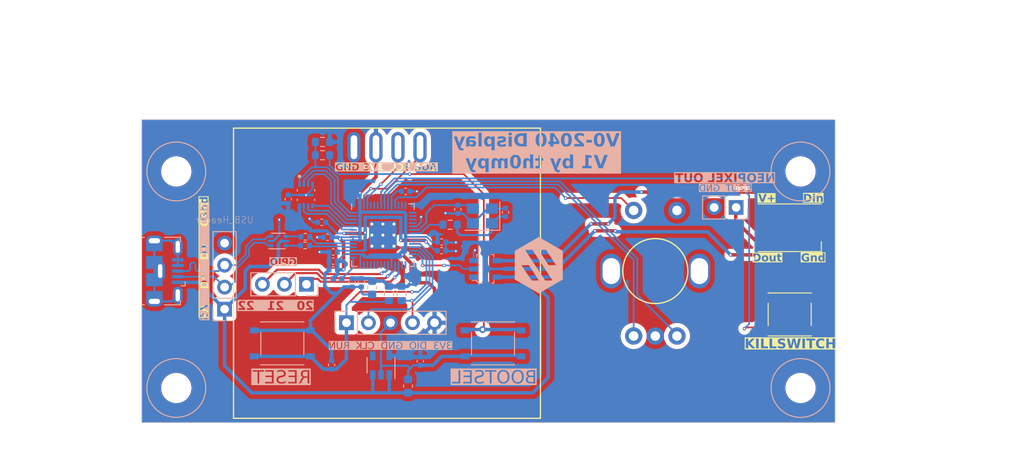
<source format=kicad_pcb>
(kicad_pcb (version 20221018) (generator pcbnew)
  (layers (0 "F.Cu" signal) (31 "B.Cu" signal) (34 "B.Paste" user) (35 "F.Paste" user) (36 "B.SilkS" user "B.Silkscreen") (37 "F.SilkS" user "F.Silkscreen") (38 "B.Mask" user) (39 "F.Mask" user) (44 "Edge.Cuts" user))
  (net 0 "")
  (net 1 "GND")
  (net 2 "VBUS")
  (net 3 "D+")
  (net 4 "D-")
  (net 5 "SDA")
  (net 6 "SCL")
  (net 7 "SWDCLK")
  (net 8 "SWDIO")
  (net 9 "Net-(D1-DOUT)")
  (net 10 "Kill_Switch")
  (net 11 "NeoPixel")
  (net 12 "Net-(D1-DIN)")
  (net 13 "OSC_IN")
  (net 14 "Net-(C4-Pad1)")
  (net 15 "Encoder_Switch")
  (net 16 "Encoder_B")
  (net 17 "Encoder_A")
  (net 18 "RUN")
  (net 19 "3.3V")
  (net 20 "AVDD")
  (net 21 "OSC_OUT")
  (net 22 "QSPI_SS")
  (net 23 "OUT_D+")
  (net 24 "OUT_D-")
  (net 25 "QSPI_SD2")
  (net 26 "QSPI_SD1")
  (net 27 "QSPI_SD3")
  (net 28 "QSPI_SCLK")
  (net 29 "QSPI_SD0")
  (net 30 "Net-(SW5-A)")
  (net 32 "1.1V")
  (net 46 "GPIO20")
  (net 47 "GPIO21")
  (net 48 "GPIO22")
  (net 57 "Net-(U5-USB_DP)")
  (net 58 "Net-(U5-USB_DM)")
  (footprint "Library:MountingHole_3.2mm_M3" (layer "F.Cu") (at 161.17 80.65)
    (fp_text reference "H2" hide)
    (fp_text value "MountingHole" hide)
  )
  (footprint "Library:MountingHole_3.2mm_M3" (layer "F.Cu") (at 161.17 55.65)
    (fp_text reference "H3" hide)
    (fp_text value "MountingHole" hide)
  )
  (footprint "Library:LED_WS2812B_PLCC4_5.0x5.0mm_P3.2mm" (layer "F.Cu") (at 159.92 62.15)
    (fp_text reference "D1" hide)
    (fp_text value "WS2812B" hide)
  )
  (footprint "Library:SW_Push_1P1T_NO_4.5x4.5mm" (layer "F.Cu") (at 159.92 72.16)
    (fp_text reference "SW6" hide)
    (fp_text value "Killswitch" hide)
  )
  (footprint "Library:EN11_Encoder" (layer "F.Cu") (at 144.42 67.15)
    (fp_text reference "SW7" hide)
    (fp_text value "Rotary_Encoder_Switch" hide)
  )
  (footprint "Library:MountingHole_3.2mm_M3" (layer "F.Cu") (at 89.17 80.65)
    (fp_text reference "H4" hide)
    (fp_text value "MountingHole" hide)
  )
  (footprint "Library:MountingHole_3.2mm_M3" (layer "F.Cu") (at 89.17 55.65)
    (fp_text reference "H1" hide)
    (fp_text value "MountingHole" hide)
  )
  (footprint "Library:1pt3in_OLED" (layer "F.Cu") (at 113.47 52.85)
    (fp_text reference "J2" hide)
    (fp_text value "I2C Header 1" hide)
  )
  (footprint "Library:PinHeader_1x05_P2.54mm_Vertical" (layer "B.Cu") (at 108.795 73.12 -90)
    (fp_text reference "J3" hide)
    (fp_text value "SWD" hide)
  )
  (footprint "Library:R_0603_1608Metric" (layer "B.Cu") (at 106.035 53.77 180)
    (fp_text reference "R1" hide)
    (fp_text value "1K" hide)
  )
  (footprint "Library:R_0603_1608Metric" (layer "B.Cu") (at 120.75 61.8)
    (fp_text reference "R2" hide)
    (fp_text value "1k" hide)
  )
  (footprint "Library:R_0603_1608Metric" (layer "B.Cu") (at 115.15 69.75 -90)
    (fp_text reference "R3" hide)
    (fp_text value "10k" hide)
  )
  (footprint "Library:SW_Push_1P1T_NO_4.5x4.5mm" (layer "B.Cu") (at 125.7 75.5 180)
    (fp_text reference "SW5" hide)
    (fp_text value "BOOTSEL" hide)
  )
  (footprint "Library:C_0603_1608Metric" (layer "B.Cu") (at 111.76 69.075 -90)
    (fp_text reference "C2" hide)
    (fp_text value "4.7uF" hide)
  )
  (footprint "Library:C_0402_1005Metric" (layer "B.Cu") (at 121.64 60.02 90)
    (fp_text reference "C3" hide)
    (fp_text value "30pf" hide)
  )
  (footprint "Library:C_0402_1005Metric" (layer "B.Cu") (at 127.14 60.37 90)
    (fp_text reference "C4" hide)
    (fp_text value "30pf" hide)
  )
  (footprint "Library:SOT-23-5" (layer "B.Cu") (at 112.78 78.03 90)
    (fp_text reference "U1" hide)
    (fp_text value "AP2127K-3.3" hide)
  )
  (footprint "Library:SOT-753" (layer "B.Cu") (at 124.81 66.9 90)
    (fp_text reference "U3" hide)
    (fp_text value "74LVC1G17" hide)
  )
  (footprint "Library:SOT-666" (layer "B.Cu") (at 100.94 63.6825)
    (fp_text reference "U2" hide)
    (fp_text value "USBLC6-2P6" hide)
  )
  (footprint "Library:PinHeader_1x02_P2.54mm_Vertical" (layer "B.Cu") (at 153.745 59.81 90)
    (fp_text reference "J8" hide)
    (fp_text value "Conn_01x02" hide)
  )
  (footprint "Library:C_0603_1608Metric" (layer "B.Cu") (at 115.9 80.43 90)
    (fp_text reference "C1" hide)
    (fp_text value "4.7uF" hide)
  )
  (footprint "Library:PinHeader_1x04_P2.54mm_Vertical" (layer "B.Cu") (at 94.74 71.55)
    (fp_text reference "J7" hide)
    (fp_text value "USB_Header")
  )
  (footprint "Library:IC_W25Q16JVUXIQ_TR" (layer "B.Cu") (at 104.13 58.3775 -90)
    (fp_text reference "U4" hide)
    (fp_text value "W25Q16JVUXIQ_TR" hide)
  )
  (footprint "Connector_PinHeader_2.54mm:PinHeader_1x03_P2.54mm_Vertical" (layer "B.Cu") (at 104.18 68.68 90)
    (fp_text reference "J5" hide)
    (fp_text value "GPIO" hide)
  )
  (footprint "Library:C_0402_1005Metric" (layer "B.Cu") (at 102.08 58.84 90)
    (fp_text reference "C12" hide)
    (fp_text value "0.1uf" hide)
  )
  (footprint "Library:SW_Push_1P1T_NO_4.5x4.5mm" (layer "B.Cu") (at 101.4 75.5 180)
    (fp_text reference "SW1" hide)
    (fp_text value "RESET" hide)
  )
  (footprint "Library:C_0402_1005Metric" (layer "B.Cu") (at 119.77 63.8)
    (fp_text reference "C11" hide)
    (fp_text value "0.1uf" hide)
  )
  (footprint "Library:C_0402_1005Metric" (layer "B.Cu") (at 109.46 68.5 -90)
    (fp_text reference "C14" hide)
    (fp_text value "0.1uf" hide)
  )
  (footprint "Library:C_0402_1005Metric" (layer "B.Cu") (at 107.08 77.99 90)
    (fp_text reference "C8" hide)
    (fp_text value "0.1uf" hide)
  )
  (footprint "Library:MolexVertical&Horizontal_MicroB" (layer "B.Cu") (at 87.8775 67.15 90)
    (fp_text reference "J4" hide)
    (fp_text value "USB_B_Micro" hide)
  )
  (footprint "Library:R_0603_1608Metric" (layer "B.Cu") (at 106.035 52.24 180)
    (fp_text reference "R9" hide)
    (fp_text value "10k" hide)
  )
  (footprint "Library:C_0402_1005Metric" (layer "B.Cu") (at 107.27 64.95 180)
    (fp_text reference "C9" hide)
    (fp_text value "1uf" hide)
  )
  (footprint "Library:R_0402_1005Metric" (layer "B.Cu") (at 104.05 63.19 180)
    (fp_text reference "R7" hide)
    (fp_text value "27R" hide)
  )
  (footprint "Library:C_0402_1005Metric" (layer "B.Cu") (at 117.32 77.55 -90)
    (fp_text reference "C5" hide)
    (fp_text value "0.1uf" hide)
  )
  (footprint "Library:RP2040-QFN-56" (layer "B.Cu") (at 113 63 -90)
    (fp_text reference "U5" hide)
    (fp_text value "RP2040" hide)
  )
  (footprint "Library:C_0402_1005Metric" (layer "B.Cu") (at 105.94 61.52 180)
    (fp_text reference "C7" hide)
    (fp_text value "0.1uf" hide)
  )
  (footprint "Library:VoronLogo_6pt5mm_silkScreen" (layer "B.Cu") (at 130.98 66.47 180)
    (fp_text reference "H5" hide)
    (fp_text value "MountingHole" hide)
  )
  (footprint "Library:L_0402_1005Metric" (layer "B.Cu") (at 107.77 68.05)
    (fp_text reference "L1" hide)
    (fp_text value "120R 100MHZ" hide)
  )
  (footprint "Library:C_0402_1005Metric" (layer "B.Cu") (at 107.27 66 180)
    (fp_text reference "C16" hide)
    (fp_text value "0.1uf" hide)
  )
  (footprint "Library:C_0402_1005Metric" (layer "B.Cu") (at 106.62 63.25 180)
    (fp_text reference "C17" hide)
    (fp_text value "0.1uf" hide)
  )
  (footprint "Library:C_0402_1005Metric" (layer "B.Cu") (at 115.62 57.95)
    (fp_text reference "C13" hide)
    (fp_text value "0.1uf" hide)
  )
  (footprint "Library:Crystal_SMD_3225-4Pin_3.2x2.5mm" (layer "B.Cu") (at 124.48 60.79 180)
    (fp_text reference "Y1" hide)
    (fp_text value "12Mhz" hide)
  )
  (footprint "Library:C_0402_1005Metric" (layer "B.Cu") (at 107.27 67 180)
    (fp_text reference "C10" hide)
    (fp_text value "1uf" hide)
  )
  (footprint "Library:C_0402_1005Metric" (layer "B.Cu") (at 119.77 64.8)
    (fp_text reference "C6" hide)
    (fp_text value "0.1uf" hide)
  )
  (footprint "Library:C_0402_1005Metric" (layer "B.Cu") (at 110.51 68.49 -90)
    (fp_text reference "C15" hide)
    (fp_text value "0.1uf" hide)
  )
  (footprint "Library:R_0603_1608Metric" (layer "B.Cu") (at 113.69 69.75 -90)
    (fp_text reference "R4" hide)
    (fp_text value "10k" hide)
  )
  (footprint "Library:R_0402_1005Metric" (layer "B.Cu") (at 104.03 64.19)
    (fp_text reference "R8" hide)
    (fp_text value "27R" hide)
  )
  (gr_circle (center 161.17 55.65) (end 163.57 53.25) (stroke (width 0.12)) (fill none) (layer "B.SilkS"))
  (gr_circle (center 89.17 80.65) (end 91.57 78.25) (stroke (width 0.12)) (fill none) (layer "B.SilkS"))
  (gr_circle (center 89.17 55.65) (end 91.57 53.25) (stroke (width 0.12)) (fill none) (layer "B.SilkS"))
  (gr_circle (center 161.17 80.65) (end 163.57 78.25) (stroke (width 0.12)) (fill none) (layer "B.SilkS"))
  (gr_rect (start 85.17 49.65) (end 165.17 84.65) (stroke (width 0.05)) (fill none) (layer "Edge.Cuts"))
  (gr_text "5V    D-    D+    Gnd" (at 92.31 72.83 270) (layer "B.SilkS" knockout) (effects (font (size 0.9 0.9) (thickness 0.16) bold) (justify left mirror)))
  (gr_text "GPIO" (at 101.5 66.14) (layer "B.SilkS" knockout) (effects (font (size 0.8 0.8) (thickness 0.16) bold) (justify mirror)))
  (gr_text "NEOPIXEL OUT" (at 152.475 57.05) (layer "B.SilkS" knockout) (effects (font (size 1 1) (thickness 0.2) bold) (justify bottom mirror)))
  (gr_text "3V3  DIO  GND  CLK  RUN" (at 113.87 75.81) (layer "B.SilkS" knockout) (effects (font (size 0.8 0.8)) (justify mirror)))
  (gr_text "V0-2040 Display\nV1 by th0mpy" (at 130.72 53.4) (layer "B.SilkS" knockout) (effects (font (size 1.5 1.5) (thickness 0.3) bold) (justify mirror)))
  (gr_text "RESET" (at 104.72 79.5) (layer "B.SilkS" knockout) (effects (font (size 1.5 1.5) (thickness 0.3)) (justify left mirror)))
  (gr_text "DOUT  GND" (at 152.52 57.61) (layer "B.SilkS" knockout) (effects (font (size 0.75 0.75)) (justify mirror)))
  (gr_text "SDA SCL  3V3 GND" (at 113.35 55.2) (layer "B.SilkS" knockout) (effects (font (size 0.8 0.8) (thickness 0.1875) bold) (justify mirror)))
  (gr_text "20   21   22\n" (at 105 71.8) (layer "B.SilkS" knockout) (effects (font (size 1 1) (thickness 0.25) bold) (justify left bottom mirror)))
  (gr_text "BOOTSEL" (at 125.87 79.5) (layer "B.SilkS" knockout) (effects (font (size 1.5 1.5) (thickness 0.3)) (justify mirror)))
  (gr_text "V+" (at 157.306 58.794) (layer "F.SilkS" knockout) (effects (font (size 0.9 0.9) (thickness 0.1) bold)))
  (gr_text "Gnd" (at 162.64 65.66) (layer "F.SilkS" knockout) (effects (font (size 0.9 0.9) (thickness 0.1) bold)))
  (gr_text " 5V     D-    D+    Gnd" (at 92.41 73.01 90) (layer "F.SilkS" knockout) (effects (font (size 0.9 0.9) (thickness 0.16) bold) (justify left)))
  (gr_text "Dout" (at 157.306 65.66) (layer "F.SilkS" knockout) (effects (font (size 0.9 0.9) (thickness 0.1) bold)))
  (gr_text "KILLSWITCH" (at 160 75.61) (layer "F.SilkS" knockout) (effects (font (size 1.1 1.1) (thickness 0.25) bold)))
  (gr_text "Din" (at 162.64 58.794) (layer "F.SilkS" knockout) (effects (font (size 0.9 0.9) (thickness 0.1) bold)))
  (gr_text "GND 3V3  SCL SDA" (at 113.38 55.2) (layer "F.SilkS" knockout) (effects (font (size 0.8 0.8) (thickness 0.1875) bold)))
  (segment (start 105.42 63.25) (end 105.42 64.67) (width 0.4) (layer "F.Cu") (net 1))
  (segment (start 105.42 64.67) (end 105.7 64.95) (width 0.4) (layer "F.Cu") (net 1))
  (via (at 104.54 61.11) (size 0.4) (drill 0.2) (layers "F.Cu" "B.Cu") (net 1))
  (via (at 105.7 64.95) (size 0.4) (drill 0.2) (layers "F.Cu" "B.Cu") (net 1))
  (via (at 101.04 61.22) (size 0.4) (drill 0.2) (layers "F.Cu" "B.Cu") (net 1))
  (via (at 120.21 60.46) (size 0.4) (drill 0.2) (layers "F.Cu" "B.Cu") (net 1))
  (via (at 123.61 64.75) (size 0.4) (drill 0.2) (layers "F.Cu" "B.Cu") (net 1))
  (via (at 116.92 57.95) (size 0.4) (drill 0.2) (layers "F.Cu" "B.Cu") (net 1))
  (via (at 117.4 60.9) (size 0.4) (drill 0.2) (layers "F.Cu" "B.Cu") (net 1))
  (via (at 105.42 63.25) (size 0.4) (drill 0.2) (layers "F.Cu" "B.Cu") (net 1))
  (via (at 121.42 64.85) (size 0.4) (drill 0.2) (layers "F.Cu" "B.Cu") (net 1))
  (via (at 104.13 58.3775) (size 0.4) (drill 0.2) (layers "F.Cu" "B.Cu") (net 1))
  (via (at 121.42 63.85) (size 0.4) (drill 0.2) (layers "F.Cu" "B.Cu") (net 1))
  (segment (start 107.8 69.7) (end 107.1 69.7) (width 0.4) (layer "B.Cu") (net 1))
  (segment (start 115.85 78.08) (end 116.16 78.39) (width 0.25) (layer "B.Cu") (net 1))
  (segment (start 112.78 78.08) (end 115.85 78.08) (width 0.25) (layer "B.Cu") (net 1))
  (segment (start 116.16 78.39) (end 116.52 78.03) (width 0.25) (layer "B.Cu") (net 1))
  (segment (start 101.04 63.02141) (end 101.04 61.22) (width 0.25) (layer "B.Cu") (net 1))
  (segment (start 115.9 78.65) (end 116.16 78.39) (width 0.25) (layer "B.Cu") (net 1))
  (segment (start 119.795 77) (end 122.45 77) (width 0.4) (layer "B.Cu") (net 1))
  (segment (start 106.79 67) (end 106.79 64.95) (width 0.4) (layer "B.Cu") (net 1))
  (segment (start 122.24 60.5) (end 123.38 61.64) (width 0.25) (layer "B.Cu") (net 1))
  (segment (start 115.9 79.655) (end 115.9 78.65) (width 0.25) (layer "B.Cu") (net 1))
  (segment (start 123.46 64.9) (end 123.61 64.75) (width 0.2) (layer "B.Cu") (net 1))
  (segment (start 100.37891 63.6825) (end 101.04 63.02141) (width 0.25) (layer "B.Cu") (net 1))
  (segment (start 86.64 70.65) (end 86.64 63.65) (width 0.25) (layer "B.Cu") (net 1))
  (segment (start 104.88 57.1275) (end 104.88 57.6275) (width 0.2) (layer "B.Cu") (net 1))
  (segment (start 116.899264 62) (end 117.4 61.499264) (width 0.2) (layer "B.Cu") (net 1))
  (segment (start 116.52 78.03) (end 117.32 78.03) (width 0.25) (layer "B.Cu") (net 1))
  (segment (start 112.78 79.13) (end 112.78 78.08) (width 0.25) (layer "B.Cu") (net 1))
  (segment (start 117.32 78.03) (end 118.765 78.03) (width 0.4) (layer "B.Cu") (net 1))
  (segment (start 104.8 74) (end 107.08 76.28) (width 0.4) (layer "B.Cu") (net 1))
  (segment (start 86.64 70.65) (end 88.634 70.65) (width 0.25) (layer "B.Cu") (net 1))
  (segment (start 110.51 69.616) (end 110.744 69.85) (width 0.25) (layer "B.Cu") (net 1))
  (segment (start 106.14 63.25) (end 105.42 63.25) (width 0.4) (layer "B.Cu") (net 1))
  (segment (start 122.4 76.9) (end 128.9 76.9) (width 0.4) (layer "B.Cu") (net 1))
  (segment (start 120.3 63.85) (end 121.42 63.85) (width 0.25) (layer "B.Cu") (net 1))
  (segment (start 125.08 59.94) (end 123.38 61.64) (width 0.25) (layer "B.Cu") (net 1))
  (segment (start 117.4 61.499264) (end 117.4 60.9) (width 0.2) (layer "B.Cu") (net 1))
  (segment (start 108.52 68.98) (end 109.46 68.98) (width 0.4) (layer "B.Cu") (net 1))
  (segment (start 106.3 67.49) (end 106.79 67) (width 0.4) (layer "B.Cu") (net 1))
  (segment (start 110.744 69.85) (end 111.76 69.85) (width 0.25) (layer "B.Cu") (net 1))
  (segment (start 118.765 78.03) (end 119.795 77) (width 0.4) (layer "B.Cu") (net 1))
  (segment (start 88.634 70.65) (end 89.34 69.944) (width 0.25) (layer "B.Cu") (net 1))
  (segment (start 86.64 63.65) (end 88.634 63.65) (width 0.25) (layer "B.Cu") (net 1))
  (segment (start 127.09 59.94) (end 127.14 59.89) (width 0.25) (layer "B.Cu") (net 1))
  (segment (start 104.54 61.11) (end 104.95 61.52) (width 0.25) (layer "B.Cu") (net 1))
  (segment (start 116.1 57.95) (end 116.92 57.95) (width 0.25) (layer "B.Cu") (net 1))
  (segment (start 104.65 72.85) (end 108.52 68.98) (width 0.4) (layer "B.Cu") (net 1))
  (segment (start 120.3 64.85) (end 121.42 64.85) (width 0.25) (layer "B.Cu") (net 1))
  (segment (start 88.634 63.65) (end 89.34 64.356) (width 0.25) (layer "B.Cu") (net 1))
  (segment (start 106.3 68.9) (end 106.3 67.49) (width 0.4) (layer "B.Cu") (net 1))
  (segment (start 107.08 76.28) (end 107.08 77.51) (width 0.4) (layer "B.Cu") (net 1))
  (segment (start 104.88 57.6275) (end 104.13 58.3775) (width 0.2) (layer "B.Cu") (net 1))
  (segment (start 104.65 74) (end 104.65 72.85) (width 0.4) (layer "B.Cu") (net 1))
  (segment (start 110.51 68.97) (end 110.51 69.616) (width 0.25) (layer "B.Cu") (net 1))
  (segment (start 89.34 66.5) (end 89.34 64.356) (width 0.25) (layer "B.Cu") (net 1))
  (segment (start 112.78 78.08) (end 112.78 74.215) (width 0.25) (layer "B.Cu") (net 1))
  (segment (start 104.65 74) (end 98.15 74) (width 0.4) (layer "B.Cu") (net 1))
  (segment (start 125.58 59.94) (end 127.09 59.94) (width 0.25) (layer "B.Cu") (net 1))
  (segment (start 121.64 60.5) (end 120.25 60.5) (width 0.25) (layer "B.Cu") (net 1))
  (segment (start 112.78 74.215) (end 113.875 73.12) (width 0.25) (layer "B.Cu") (net 1))
  (segment (start 116.4375 62) (end 116.899264 62) (width 0.2) (layer "B.Cu") (net 1))
  (segment (start 121.64 60.5) (end 122.24 60.5) (width 0.25) (layer "B.Cu") (net 1))
  (segment (start 123.46 65.95) (end 123.46 64.9) (width 0.2) (layer "B.Cu") (net 1))
  (segment (start 120.25 64.8) (end 120.25 63.8) (width 0.25) (layer "B.Cu") (net 1))
  (segment (start 107.1 69.7) (end 106.3 68.9) (width 0.4) (layer "B.Cu") (net 1))
  (segment (start 109.46 68.98) (end 110.5 68.98) (width 0.25) (layer "B.Cu") (net 1))
  (segment (start 120.25 60.5) (end 120.21 60.46) (width 0.25) (layer "B.Cu") (net 1))
  (segment (start 105.7 64.95) (end 106.79 64.95) (width 0.4) (layer "B.Cu") (net 1))
  (segment (start 104.95 61.52) (end 105.46 61.52) (width 0.25) (layer "B.Cu") (net 1))
  (segment (start 125.58 59.94) (end 125.08 59.94) (width 0.25) (layer "B.Cu") (net 1))
  (segment (start 104.13 58.3775) (end 102.0975 58.3775) (width 0.2) (layer "B.Cu") (net 1))
  (segment (start 100.015 63.6825) (end 100.37891 63.6825) (width 0.25) (layer "B.Cu") (net 1))
  (segment (start 137.450001 62.499999) (end 137.450002 62.5) (width 0.4) (layer "F.Cu") (net 2))
  (segment (start 158.85 64.53) (end 158.85 61.93) (width 0.4) (layer "F.Cu") (net 2))
  (segment (start 158.1 65.28) (end 158.85 64.53) (width 0.4) (layer "F.Cu") (net 2))
  (segment (start 153.1 65.28) (end 158.1 65.28) (width 0.4) (layer "F.Cu") (net 2))
  (segment (start 137.450002 62.5) (end 139.8 62.5) (width 0.4) (layer "F.Cu") (net 2))
  (segment (start 158.85 61.93) (end 157.47 60.55) (width 0.4) (layer "F.Cu") (net 2))
  (via (at 139.8 62.5) (size 0.4) (drill 0.2) (layers "F.Cu" "B.Cu") (net 2))
  (via (at 137.450001 62.499999) (size 0.4) (drill 0.2) (layers "F.Cu" "B.Cu") (net 2))
  (via (at 153.1 65.28) (size 0.4) (drill 0.2) (layers "F.Cu" "B.Cu") (net 2))
  (segment (start 132.07 70.23) (end 129.69 67.85) (width 0.4) (layer "B.Cu") (net 2))
  (segment (start 150.44 62.62) (end 139.92 62.62) (width 0.4) (layer "B.Cu") (net 2))
  (segment (start 139.92 62.62) (end 139.8 62.5) (width 0.4) (layer "B.Cu") (net 2))
  (segment (start 100.95 64) (end 100.95 65.47) (width 0.4) (layer "B.Cu") (net 2))
  (segment (start 132.07 79.43) (end 132.07 70.23) (width 0.4) (layer "B.Cu") (net 2))
  (segment (start 94.74 71.55) (end 94.74 78.07) (width 0.4) (layer "B.Cu") (net 2))
  (segment (start 99.8 66.62) (end 97.64 66.62) (width 0.4) (layer "B.Cu") (net 2))
  (segment (start 97.88 81.21) (end 111.97 81.21) (width 0.4) (layer "B.Cu") (net 2))
  (segment (start 111.83 81.07) (end 111.97 81.21) (width 0.25) (layer "B.Cu") (net 2))
  (segment (start 126.16 67.85) (end 129.69 67.85) (width 0.4) (layer "B.Cu") (net 2))
  (segment (start 111.97 81.21) (end 113.57 81.21) (width 0.4) (layer "B.Cu") (net 2))
  (segment (start 91.64 68.45) (end 89.34 68.45) (width 0.4) (layer "B.Cu") (net 2))
  (segment (start 94.74 71.55) (end 91.64 68.45) (width 0.4) (layer "B.Cu") (net 2))
  (segment (start 97.64 66.62) (end 97.12 67.14) (width 0.4) (layer "B.Cu") (net 2))
  (segment (start 94.74 78.07) (end 97.88 81.21) (width 0.4) (layer "B.Cu") (net 2))
  (segment (start 130.29 81.21) (end 132.07 79.43) (width 0.4) (layer "B.Cu") (net 2))
  (segment (start 101.395024 63.6825) (end 101.2675 63.6825) (width 0.4) (layer "B.Cu") (net 2))
  (segment (start 113.73 79.13) (end 113.73 81.05) (width 0.4) (layer "B.Cu") (net 2))
  (segment (start 111.83 79.13) (end 111.83 81.07) (width 0.4) (layer "B.Cu") (net 2))
  (segment (start 101.865 63.6825) (end 101.395024 63.6825) (width 0.3) (layer "B.Cu") (net 2))
  (segment (start 100.95 65.47) (end 99.8 66.62) (width 0.4) (layer "B.Cu") (net 2))
  (segment (start 113.57 81.21) (end 130.29 81.21) (width 0.4) (layer "B.Cu") (net 2))
  (segment (start 97.12 69.17) (end 94.74 71.55) (width 0.4) (layer "B.Cu") (net 2))
  (segment (start 113.73 81.05) (end 113.57 81.21) (width 0.25) (layer "B.Cu") (net 2))
  (segment (start 129.69 67.85) (end 132.1 67.85) (width 0.4) (layer "B.Cu") (net 2))
  (segment (start 101.2675 63.6825) (end 100.95 64) (width 0.4) (layer "B.Cu") (net 2))
  (segment (start 97.12 67.14) (end 97.12 69.17) (width 0.4) (layer "B.Cu") (net 2))
  (segment (start 132.1 67.85) (end 137.450001 62.499999) (width 0.4) (layer "B.Cu") (net 2))
  (segment (start 153.1 65.28) (end 150.44 62.62) (width 0.4) (layer "B.Cu") (net 2))
  (segment (start 94.74 66.47) (end 95.97 66.47) (width 0.2) (layer "B.Cu") (net 3))
  (segment (start 95.97 66.47) (end 97.21 65.23) (width 0.2) (layer "B.Cu") (net 3))
  (segment (start 99.377499 63.4825) (end 99.714999 63.145) (width 0.2) (layer "B.Cu") (net 3))
  (segment (start 90.419993 67.15) (end 89.34 67.15) (width 0.2) (layer "B.Cu") (net 3))
  (segment (start 97.21 64.287156) (end 98.014656 63.4825) (width 0.2) (layer "B.Cu") (net 3))
  (segment (start 91.39 66.85) (end 91.39 66.45) (width 0.2) (layer "B.Cu") (net 3))
  (segment (start 94.06 67.15) (end 91.69 67.15) (width 0.2) (layer "B.Cu") (net 3))
  (segment (start 90.49 67.15) (end 90.419993 67.15) (width 0.2) (layer "B.Cu") (net 3))
  (segment (start 99.714999 63.145) (end 100.09 63.145) (width 0.2) (layer "B.Cu") (net 3))
  (segment (start 90.79 66.45) (end 90.79 66.85) (width 0.2) (layer "B.Cu") (net 3))
  (segment (start 98.014656 63.4825) (end 99.377499 63.4825) (width 0.2) (layer "B.Cu") (net 3))
  (segment (start 94.74 66.47) (end 94.06 67.15) (width 0.2) (layer "B.Cu") (net 3))
  (segment (start 97.21 65.23) (end 97.21 64.287156) (width 0.2) (layer "B.Cu") (net 3))
  (arc (start 91.09 66.15) (mid 90.877868 66.237868) (end 90.79 66.45) (width 0.2) (layer "B.Cu") (net 3))
  (arc (start 90.79 66.85) (mid 90.702132 67.062132) (end 90.49 67.15) (width 0.2) (layer "B.Cu") (net 3))
  (arc (start 91.69 67.15) (mid 91.477868 67.062132) (end 91.39 66.85) (width 0.2) (layer "B.Cu") (net 3))
  (arc (start 91.39 66.45) (mid 91.302132 66.237868) (end 91.09 66.15) (width 0.2) (layer "B.Cu") (net 3))
  (segment (start 96.09 68.18) (end 96.09 66.844974) (width 0.2) (layer "B.Cu") (net 4))
  (segment (start 97.56 65.374974) (end 97.56 64.502844) (width 0.2) (layer "B.Cu") (net 4))
  (segment (start 96.09 66.844974) (end 97.56 65.374974) (width 0.2) (layer "B.Cu") (net 4))
  (segment (start 99.377499 63.8825) (end 99.714999 64.22) (width 0.2) (layer "B.Cu") (net 4))
  (segment (start 97.56 64.502844) (end 98.180344 63.8825) (width 0.2) (layer "B.Cu") (net 4))
  (segment (start 89.34 67.8) (end 93.53 67.8) (width 0.2) (layer "B.Cu") (net 4))
  (segment (start 95.26 69.01) (end 96.09 68.18) (width 0.2) (layer "B.Cu") (net 4))
  (segment (start 99.714999 64.22) (end 100.09 64.22) (width 0.2) (layer "B.Cu") (net 4))
  (segment (start 98.180344 63.8825) (end 99.377499 63.8825) (width 0.2) (layer "B.Cu") (net 4))
  (segment (start 93.53 67.8) (end 94.74 69.01) (width 0.2) (layer "B.Cu") (net 4))
  (segment (start 113.56763 57.64) (end 111.62 57.64) (width 0.2) (layer "F.Cu") (net 5))
  (segment (start 117.28 53.92763) (end 113.56763 57.64) (width 0.2) (layer "F.Cu") (net 5))
  (via (at 111.62 57.64) (size 0.4) (drill 0.2) (layers "F.Cu" "B.Cu") (net 5))
  (segment (start 110.8 58.46) (end 111.62 57.64) (width 0.2) (layer "B.Cu") (net 5))
  (segment (start 110.8 59.5625) (end 110.8 58.46) (width 0.2) (layer "B.Cu") (net 5))
  (segment (start 112.767676 57.117676) (end 114.74 55.145352) (width 0.2) (layer "F.Cu") (net 6))
  (segment (start 114.74 55.145352) (end 114.74 52.85) (width 0.2) (layer "F.Cu") (net 6))
  (via (at 112.767676 57.117676) (size 0.4) (drill 0.2) (layers "F.Cu" "B.Cu") (net 6))
  (segment (start 111.2 58.695689) (end 111.2 59.5625) (width 0.2) (layer "B.Cu") (net 6))
  (segment (start 112.767676 57.117676) (end 112.767676 57.128013) (width 0.2) (layer "B.Cu") (net 6))
  (segment (start 112.767676 57.128013) (end 111.2 58.695689) (width 0.2) (layer "B.Cu") (net 6))
  (segment (start 116.4375 64) (end 117.27 64) (width 0.2) (layer "B.Cu") (net 7))
  (segment (start 118.72 68.925685) (end 116.075685 71.57) (width 0.2) (layer "B.Cu") (net 7))
  (segment (start 111.67 71.57) (end 111.335 71.905) (width 0.2) (layer "B.Cu") (net 7))
  (segment (start 111.335 71.905) (end 111.335 73.12) (width 0.2) (layer "B.Cu") (net 7))
  (segment (start 117.27 64) (end 118.72 65.45) (width 0.2) (layer "B.Cu") (net 7))
  (segment (start 118.72 65.45) (end 118.72 68.925685) (width 0.2) (layer "B.Cu") (net 7))
  (segment (start 116.075685 71.57) (end 111.67 71.57) (width 0.2) (layer "B.Cu") (net 7))
  (segment (start 116.415 70.645) (end 116.415 73.12) (width 0.2) (layer "F.Cu") (net 8))
  (segment (start 116.33 70.56) (end 116.415 70.645) (width 0.2) (layer "F.Cu") (net 8))
  (via (at 116.33 70.56) (size 0.4) (drill 0.2) (layers "F.Cu" "B.Cu") (net 8))
  (segment (start 116.33 70.56) (end 116.315 70.575) (width 0.2) (layer "B.Cu") (net 8))
  (segment (start 118.370499 68.780212) (end 118.370499 65.594769) (width 0.2) (layer "B.Cu") (net 8))
  (segment (start 116.590711 70.56) (end 118.370499 68.780212) (width 0.2) (layer "B.Cu") (net 8))
  (segment (start 117.17573 64.4) (end 116.4375 64.4) (width 0.2) (layer "B.Cu") (net 8))
  (segment (start 116.315 70.575) (end 115.15 70.575) (width 0.2) (layer "B.Cu") (net 8))
  (segment (start 116.33 70.56) (end 116.590711 70.56) (width 0.2) (layer "B.Cu") (net 8))
  (segment (start 118.370499 65.594769) (end 117.17573 64.4) (width 0.2) (layer "B.Cu") (net 8))
  (segment (start 156.09 63.75) (end 153.7 61.36) (width 0.4) (layer "F.Cu") (net 9))
  (segment (start 153.7 59.855) (end 153.745 59.81) (width 0.4) (layer "F.Cu") (net 9))
  (segment (start 157.47 63.75) (end 156.09 63.75) (width 0.4) (layer "F.Cu") (net 9))
  (segment (start 153.7 61.36) (end 153.7 59.855) (width 0.4) (layer "F.Cu") (net 9))
  (segment (start 163.17 73.66) (end 156.67 73.66) (width 0.4) (layer "F.Cu") (net 10))
  (segment (start 154.7 73.8) (end 154.84 73.66) (width 0.2) (layer "F.Cu") (net 10))
  (segment (start 154.84 73.66) (end 156.67 73.66) (width 0.2) (layer "F.Cu") (net 10))
  (via (at 154.7 73.8) (size 0.4) (drill 0.2) (layers "F.Cu" "B.Cu") (net 10))
  (segment (start 112.8 57.971417) (end 112.8 59.5625) (width 0.2) (layer "B.Cu") (net 10))
  (segment (start 155.25 73.25) (end 155.25 58.42) (width 0.2) (layer "B.Cu") (net 10))
  (segment (start 114.321417 56.45) (end 112.8 57.971417) (width 0.2) (layer "B.Cu") (net 10))
  (segment (start 153.28 56.45) (end 114.321417 56.45) (width 0.2) (layer "B.Cu") (net 10))
  (segment (start 154.7 73.8) (end 155.25 73.25) (width 0.2) (layer "B.Cu") (net 10))
  (segment (start 155.25 58.42) (end 153.28 56.45) (width 0.2) (layer "B.Cu") (net 10))
  (segment (start 120.05 66.5) (end 117.571498 66.5) (width 0.2) (layer "F.Cu") (net 11))
  (via (at 117.571498 66.5) (size 0.4) (drill 0.2) (layers "F.Cu" "B.Cu") (net 11))
  (via (at 120.05 66.5) (size 0.4) (drill 0.2) (layers "F.Cu" "B.Cu") (net 11))
  (segment (start 117.571498 65.784308) (end 117.571498 66.5) (width 0.2) (layer "B.Cu") (net 11))
  (segment (start 116.98719 65.2) (end 117.571498 65.784308) (width 0.2) (layer "B.Cu") (net 11))
  (segment (start 121.84 66.5) (end 122.24 66.9) (width 0.2) (layer "B.Cu") (net 11))
  (segment (start 116.4375 65.2) (end 116.98719 65.2) (width 0.2) (layer "B.Cu") (net 11))
  (segment (start 120.05 66.5) (end 121.84 66.5) (width 0.2) (layer "B.Cu") (net 11))
  (segment (start 122.24 66.9) (end 123.46 66.9) (width 0.2) (layer "B.Cu") (net 11))
  (segment (start 159.85 58.03) (end 162.37 60.55) (width 0.4) (layer "F.Cu") (net 12))
  (segment (start 137 61.7) (end 139 61.7) (width 0.4) (layer "F.Cu") (net 12))
  (segment (start 142.82 58.03) (end 159.85 58.03) (width 0.4) (layer "F.Cu") (net 12))
  (via (at 139 61.7) (size 0.4) (drill 0.2) (layers "F.Cu" "B.Cu") (net 12))
  (via (at 142.82 58.03) (size 0.4) (drill 0.2) (layers "F.Cu" "B.Cu") (net 12))
  (via (at 137 61.7) (size 0.4) (drill 0.2) (layers "F.Cu" "B.Cu") (net 12))
  (segment (start 132.75 65.95) (end 137 61.7) (width 0.4) (layer "B.Cu") (net 12))
  (segment (start 126.16 65.95) (end 132.75 65.95) (width 0.4) (layer "B.Cu") (net 12))
  (segment (start 142.82 58.03) (end 140.4 58.03) (width 0.4) (layer "B.Cu") (net 12))
  (segment (start 139.76 60.94) (end 139 61.7) (width 0.4) (layer "B.Cu") (net 12))
  (segment (start 139.76 58.67) (end 139.76 60.94) (width 0.4) (layer "B.Cu") (net 12))
  (segment (start 140.4 58.03) (end 139.76 58.67) (width 0.4) (layer "B.Cu") (net 12))
  (segment (start 118.9 59.54) (end 121.64 59.54) (width 0.2) (layer "B.Cu") (net 13))
  (segment (start 117.116876 62.4) (end 118.025 61.491876) (width 0.2) (layer "B.Cu") (net 13))
  (segment (start 118.025 60.415) (end 118.9 59.54) (width 0.2) (layer "B.Cu") (net 13))
  (segment (start 118.025 61.491876) (end 118.025 60.415) (width 0.2) (layer "B.Cu") (net 13))
  (segment (start 121.64 59.54) (end 122.98 59.54) (width 0.2) (layer "B.Cu") (net 13))
  (segment (start 116.4375 62.4) (end 117.116876 62.4) (width 0.2) (layer "B.Cu") (net 13))
  (segment (start 122.98 59.54) (end 123.38 59.94) (width 0.2) (layer "B.Cu") (net 13))
  (segment (start 127.14 60.85) (end 126.37 60.85) (width 0.25) (layer "B.Cu") (net 14))
  (segment (start 125.58 62.57) (end 125.58 61.64) (width 0.25) (layer "B.Cu") (net 14))
  (segment (start 121.575 62.665) (end 121.91 63) (width 0.25) (layer "B.Cu") (net 14))
  (segment (start 121.575 61.8) (end 121.575 62.665) (width 0.25) (layer "B.Cu") (net 14))
  (segment (start 121.91 63) (end 125.15 63) (width 0.25) (layer "B.Cu") (net 14))
  (segment (start 126.37 60.85) (end 125.58 61.64) (width 0.25) (layer "B.Cu") (net 14))
  (segment (start 125.15 63) (end 125.58 62.57) (width 0.25) (layer "B.Cu") (net 14))
  (segment (start 134.099477 58.720523) (end 140.490523 58.720523) (width 0.2) (layer "F.Cu") (net 15))
  (segment (start 140.490523 58.720523) (end 141.92 60.15) (width 0.2) (layer "F.Cu") (net 15))
  (segment (start 134.0818 58.7382) (end 134.099477 58.720523) (width 0.2) (layer "F.Cu") (net 15))
  (via (at 134.0818 58.7382) (size 0.4) (drill 0.2) (layers "F.Cu" "B.Cu") (net 15))
  (segment (start 116.886397 58.62) (end 114.75 58.62) (width 0.2) (layer "B.Cu") (net 15))
  (segment (start 132.8436 57.5) (end 118.006397 57.5) (width 0.2) (layer "B.Cu") (net 15))
  (segment (start 114.75 58.62) (end 114.4 58.97) (width 0.2) (layer "B.Cu") (net 15))
  (segment (start 114.4 58.97) (end 114.4 59.5625) (width 0.2) (layer "B.Cu") (net 15))
  (segment (start 134.0818 58.7382) (end 132.8436 57.5) (width 0.2) (layer "B.Cu") (net 15))
  (segment (start 118.006397 57.5) (end 116.886397 58.62) (width 0.2) (layer "B.Cu") (net 15))
  (segment (start 114.501248 56.800499) (end 133.416184 56.800499) (width 0.2) (layer "B.Cu") (net 16))
  (segment (start 133.416184 56.800499) (end 142.35 65.734315) (width 0.2) (layer "B.Cu") (net 16))
  (segment (start 142.35 69.9) (end 146.92 74.47) (width 0.2) (layer "B.Cu") (net 16))
  (segment (start 113.2 58.101747) (end 114.501248 56.800499) (width 0.2) (layer "B.Cu") (net 16))
  (segment (start 142.35 65.734315) (end 142.35 69.9) (width 0.2) (layer "B.Cu") (net 16))
  (segment (start 113.2 59.5625) (end 113.2 58.101747) (width 0.2) (layer "B.Cu") (net 16))
  (segment (start 133.2 57.15) (end 141.92 65.87) (width 0.2) (layer "B.Cu") (net 17))
  (segment (start 114.646016 57.15) (end 133.2 57.15) (width 0.2) (layer "B.Cu") (net 17))
  (segment (start 113.6 58.196016) (end 114.646016 57.15) (width 0.2) (layer "B.Cu") (net 17))
  (segment (start 113.6 59.5625) (end 113.6 58.196016) (width 0.2) (layer "B.Cu") (net 17))
  (segment (start 141.92 65.87) (end 141.92 74.65) (width 0.2) (layer "B.Cu") (net 17))
  (segment (start 108.795 73.12) (end 108.795 71.091809) (width 0.2) (layer "F.Cu") (net 18))
  (segment (start 110.336809 69.55) (end 116.37 69.55) (width 0.2) (layer "F.Cu") (net 18))
  (segment (start 108.795 71.091809) (end 110.336809 69.55) (width 0.2) (layer "F.Cu") (net 18))
  (via (at 116.37 69.55) (size 0.4) (drill 0.2) (layers "F.Cu" "B.Cu") (net 18))
  (segment (start 108.79 71.1) (end 108.795 71.105) (width 0.2) (layer "B.Cu") (net 18))
  (segment (start 108.795 71.105) (end 108.795 73.12) (width 0.2) (layer "B.Cu") (net 18))
  (segment (start 98.15 77) (end 104.65 77) (width 0.4) (layer "B.Cu") (net 18))
  (segment (start 117.08146 64.8) (end 118.020998 65.739538) (width 0.2) (layer "B.Cu") (net 18))
  (segment (start 107.63 78.47) (end 108.795 77.305) (width 0.4) (layer "B.Cu") (net 18))
  (segment (start 108.795 77.305) (end 108.795 73.12) (width 0.4) (layer "B.Cu") (net 18))
  (segment (start 117.105737 69.55) (end 116.37 69.55) (width 0.2) (layer "B.Cu") (net 18))
  (segment (start 106.12 78.47) (end 107.08 78.47) (width 0.4) (layer "B.Cu") (net 18))
  (segment (start 113.56 70.705) (end 109.185 70.705) (width 0.2) (layer "B.Cu") (net 18))
  (segment (start 107.08 78.47) (end 107.63 78.47) (width 0.4) (layer "B.Cu") (net 18))
  (segment (start 118.020998 65.739538) (end 118.020998 68.634739) (width 0.2) (layer "B.Cu") (net 18))
  (segment (start 118.020998 68.634739) (end 117.105737 69.55) (width 0.2) (layer "B.Cu") (net 18))
  (segment (start 109.185 70.705) (end 108.79 71.1) (width 0.2) (layer "B.Cu") (net 18))
  (segment (start 116.4375 64.8) (end 117.08146 64.8) (width 0.2) (layer "B.Cu") (net 18))
  (segment (start 104.65 77) (end 106.12 78.47) (width 0.4) (layer "B.Cu") (net 18))
  (segment (start 116.25 68.5) (end 116.25 66.25) (width 0.4) (layer "F.Cu") (net 19))
  (segment (start 118.27 68.5) (end 118.955 69.185) (width 0.4) (layer "F.Cu") (net 19))
  (segment (start 108.47 66.95) (end 108.47 63.861548) (width 0.4) (layer "F.Cu") (net 19))
  (segment (start 108.47 63.861548) (end 108.032823 63.424371) (width 0.4) (layer "F.Cu") (net 19))
  (segment (start 116.25 66.25) (end 115.25 65.25) (width 0.4) (layer "F.Cu") (net 19))
  (segment (start 110.35 58.13) (end 112.2 56.28) (width 0.4) (layer "F.Cu") (net 19))
  (segment (start 116.25 68.5) (end 118.27 68.5) (width 0.4) (layer "F.Cu") (net 19))
  (segment (start 112.2 56.28) (end 112.2 52.85) (width 0.4) (layer "F.Cu") (net 19))
  (segment (start 118.955 69.185) (end 118.955 73.12) (width 0.4) (layer "F.Cu") (net 19))
  (via (at 116.25 68.5) (size 0.4) (drill 0.2) (layers "F.Cu" "B.Cu") (net 19))
  (via (at 115.25 65.25) (size 0.4) (drill 0.2) (layers "F.Cu" "B.Cu") (net 19))
  (via (at 108.032823 63.424371) (size 0.4) (drill 0.2) (layers "F.Cu" "B.Cu") (net 19))
  (via (at 110.35 58.13) (size 0.4) (drill 0.2) (layers "F.Cu" "B.Cu") (net 19))
  (via (at 108.47 66.95) (size 0.4) (drill 0.2) (layers "F.Cu" "B.Cu") (net 19))
  (segment (start 108.207194 63.25) (end 108.032823 63.424371) (width 0.2) (layer "B.Cu") (net 19))
  (segment (start 106.52 62.515) (end 107.1 63.095) (width 0.4) (layer "B.Cu") (net 19))
  (segment (start 107.1 63.095) (end 107.1 63.25) (width 0.4) (layer "B.Cu") (net 19))
  (segment (start 111 65.55) (end 113.97 65.55) (width 0.4) (layer "B.Cu") (net 19))
  (segment (start 103.38 61.21) (end 104.685 62.515) (width 0.4) (layer "B.Cu") (net 19))
  (segment (start 116.25 68.5) (end 115.825 68.925) (width 0.4) (layer "B.Cu") (net 19))
  (segment (start 111.47 68.01) (end 111.76 68.3) (width 0.4) (layer "B.Cu") (net 19))
  (segment (start 114 60.35) (end 110.35 60.35) (width 0.4) (layer "B.Cu") (net 19))
  (segment (start 110.75 65.3) (end 111 65.55) (width 0.4) (layer "B.Cu") (net 19))
  (segment (start 111.76 68.3) (end 113.065 68.3) (width 0.4) (layer "B.Cu") (net 19))
  (segment (start 116.7 75.375) (end 118.955 73.12) (width 0.4) (layer "B.Cu") (net 19))
  (segment (start 116.4375 63.2) (end 118.05 63.2) (width 0.2) (layer "B.Cu") (net 19))
  (segment (start 115.15 68.925) (end 113.69 68.925) (width 0.4) (layer "B.Cu") (net 19))
  (segment (start 104.685 62.515) (end 106.52 62.515) (width 0.4) (layer "B.Cu") (net 19))
  (segment (start 108.208452 63.6) (end 108.032823 63.424371) (width 0.2) (layer "B.Cu") (net 19))
  (segment (start 113.065 68.3) (end 113.69 68.925) (width 0.4) (layer "B.Cu") (net 19))
  (segment (start 109.5625 63.2) (end 109.5125 63.25) (width 0.2) (layer "B.Cu") (net 19))
  (segment (start 114 58.537772) (end 114.587772 57.95) (width 0.2) (layer "B.Cu") (net 19))
  (segment (start 107.75 67) (end 107.75 67.531429) (width 0.4) (layer "B.Cu") (net 19))
  (segment (start 114 66.4375) (end 114 65.58) (width 0.2) (layer "B.Cu") (net 19))
  (segment (start 110.65 65.2) (end 110.75 65.3) (width 0.2) (layer "B.Cu") (net 19))
  (segment (start 109.5625 63.2) (end 109.5625 63.6) (width 0.2) (layer "B.Cu") (net 19))
  (segment (start 108.42 67) (end 108.47 66.95) (width 0.4) (layer "B.Cu") (net 19))
  (segment (start 107.1 63.25) (end 107.858452 63.25) (width 0.4) (layer "B.Cu") (net 19))
  (segment (start 110.51 68.01) (end 111.47 68.01) (width 0.4) (layer "B.Cu") (net 19))
  (segment (start 109.5625 63.6) (end 110.35 63.6) (width 0.2) (layer "B.Cu") (net 19))
  (segment (start 109.46 68.02) (end 110.5 68.02) (width 0.4) (layer "B.Cu") (net 19))
  (segment (start 109.5625 65.2) (end 108.55 65.2) (width 0.2) (layer "B.Cu") (net 19))
  (segment (start 115.42 60.35) (end 114 60.35) (width 0.4) (layer "B.Cu") (net 19))
  (segment (start 113.97 65.55) (end 114.95 65.55) (width 0.4) (layer "B.Cu") (net 19))
  (segment (start 110.4 66.4375) (end 110.4 65.2) (width 0.2) (layer "B.Cu") (net 19))
  (segment (start 110.35 58.13) (end 110.35 60.35) (width 0.4) (layer "B.Cu") (net 19))
  (segment (start 115.62 64.88) (end 115.62 63.2) (width 0.4) (layer "B.Cu") (net 19))
  (segment (start 117.32 77.07) (end 117.32 76.04) (width 0.4) (layer "B.Cu") (net 19))
  (segment (start 109.5625 63.6) (end 108.208452 63.6) (width 0.2) (layer "B.Cu") (net 19))
  (segment (start 114.587772 57.95) (end 115.14 57.95) (width 0.2) (layer "B.Cu") (net 19))
  (segment (start 118.955 73.12) (end 115.145 76.93) (width 0.4) (layer "B.Cu") (net 19))
  (segment (start 110.35 60.35) (end 110.35 63.6) (width 0.4) (layer "B.Cu") (net 19))
  (segment (start 109.5625 63.2) (end 110.35 63.2) (width 0.2) (layer "B.Cu") (net 19))
  (segment (start 114.95 65.55) (end 115.25 65.25) (width 0.4) (layer "B.Cu") (net 19))
  (segment (start 115.825 68.925) (end 115.15 68.925) (width 0.4) (layer "B.Cu") (net 19))
  (segment (start 115.145 76.93) (end 113.73 76.93) (width 0.4) (layer "B.Cu") (net 19))
  (segment (start 116.4375 63.2) (end 115.62 63.2) (width 0.2) (layer "B.Cu") (net 19))
  (segment (start 103.38 59.6275) (end 103.38 61.21) (width 0.4) (layer "B.Cu") (net 19))
  (segment (start 114 59.5625) (end 114 58.537772) (width 0.2) (layer "B.Cu") (net 19))
  (segment (start 110.35 58.13) (end 110.33 58.15) (width 0.2) (layer "B.Cu") (net 19))
  (segment (start 117.32 76.04) (end 116.7 75.42) (width 0.4) (layer "B.Cu") (net 19))
  (segment (start 108.55 65.2) (end 107.75 66) (width 0.2) (layer "B.Cu") (net 19))
  (segment (start 107.858452 63.25) (end 108.032823 63.424371) (width 0.4) (layer "B.Cu") (net 19))
  (segment (start 107.75 66) (end 107.75 67) (width 0.4) (layer "B.Cu") (net 19))
  (segment (start 109.5125 63.25) (end 108.207194 63.25) (width 0.2) (layer "B.Cu") (net 19))
  (segment (start 116.7 75.42) (end 116.7 75.375) (width 0.4) (layer "B.Cu") (net 19))
  (segment (start 118.65 63.8) (end 119.29 63.8) (width 0.2) (layer "B.Cu") (net 19))
  (segment (start 118.05 63.2) (end 118.65 63.8) (width 0.2) (layer "B.Cu") (net 19))
  (segment (start 107.75 67.531429) (end 107.285 67.996429) (width 0.4) (layer "B.Cu") (net 19))
  (segment (start 109.5625 65.2) (end 110.65 65.2) (width 0.2) (layer "B.Cu") (net 19))
  (segment (start 115.62 63.2) (end 115.62 60.55) (width 0.4) (layer "B.Cu") (net 19))
  (segment (start 114 65.58) (end 113.97 65.55) (width 0.2) (layer "B.Cu") (net 19))
  (segment (start 115.62 60.55) (end 115.42 60.35) (width 0.4) (layer "B.Cu") (net 19))
  (segment (start 114 59.5625) (end 114 60.35) (width 0.2) (layer "B.Cu") (net 19))
  (segment (start 107.75 67) (end 108.42 67) (width 0.4) (layer "B.Cu") (net 19))
  (segment (start 115.25 65.25) (end 115.62 64.88) (width 0.4) (layer "B.Cu") (net 19))
  (segment (start 108.255 68.05) (end 109.5625 66.7425) (width 0.2) (layer "B.Cu") (net 20))
  (segment (start 109.5625 66.7425) (end 109.5625 65.6) (width 0.2) (layer "B.Cu") (net 20))
  (segment (start 117.36427 62.8) (end 118.36427 61.8) (width 0.2) (layer "B.Cu") (net 21))
  (segment (start 116.4375 62.8) (end 117.36427 62.8) (width 0.2) (layer "B.Cu") (net 21))
  (segment (start 118.36427 61.8) (end 119.925 61.8) (width 0.2) (layer "B.Cu") (net 21))
  (segment (start 105.21 53.77) (end 105.21 54.9) (width 0.2) (layer "B.Cu") (net 22))
  (segment (start 104.7975 55.16) (end 103.38 56.5775) (width 0.2) (layer "B.Cu") (net 22))
  (segment (start 105.47 55.16) (end 104.7975 55.16) (width 0.2) (layer "B.Cu") (net 22))
  (segment (start 107.82 59.024288) (end 107.82 56.388628) (width 0.2) (layer "B.Cu") (net 22))
  (segment (start 103.38 56.5775) (end 103.38 57.1275) (width 0.2) (layer "B.Cu") (net 22))
  (segment (start 106.591371 55.16) (end 107.82 56.388628) (width 0.2) (layer "B.Cu") (net 22))
  (segment (start 109.5625 60.4) (end 109.195711 60.4) (width 0.2) (layer "B.Cu") (net 22))
  (segment (start 106.591371 55.16) (end 105.47 55.16) (width 0.2) (layer "B.Cu") (net 22))
  (segment (start 105.21 52.24) (end 105.21 53.77) (width 0.2) (layer "B.Cu") (net 22))
  (segment (start 109.195711 60.4) (end 107.82 59.024288) (width 0.2) (layer "B.Cu") (net 22))
  (segment (start 105.21 54.9) (end 105.47 55.16) (width 0.2) (layer "B.Cu") (net 22))
  (segment (start 101.79 63.145) (end 103.495 63.145) (width 0.2) (layer "B.Cu") (net 23))
  (segment (start 101.79 64.22) (end 103.49 64.22) (width 0.2) (layer "B.Cu") (net 24))
  (segment (start 105.13 55.96) (end 104.38 56.71) (width 0.2) (layer "B.Cu") (net 25))
  (segment (start 107.02 59.35566) (end 107.02 56.72) (width 0.2) (layer "B.Cu") (net 25))
  (segment (start 104.38 56.71) (end 104.38 57.1275) (width 0.2) (layer "B.Cu") (net 25))
  (segment (start 109.5625 61.2) (end 108.864339 61.2) (width 0.2) (layer "B.Cu") (net 25))
  (segment (start 108.864339 61.2) (end 107.02 59.35566) (width 0.2) (layer "B.Cu") (net 25))
  (segment (start 106.26 55.96) (end 105.13 55.96) (width 0.2) (layer "B.Cu") (net 25))
  (segment (start 107.02 56.72) (end 106.26 55.96) (width 0.2) (layer "B.Cu") (net 25))
  (segment (start 107.42 56.554314) (end 106.425685 55.56) (width 0.2) (layer "B.Cu") (net 26))
  (segment (start 106.425685 55.56) (end 104.963186 55.56) (width 0.2) (layer "B.Cu") (net 26))
  (segment (start 107.42 59.189974) (end 107.42 56.554314) (width 0.2) (layer "B.Cu") (net 26))
  (segment (start 109.030025 60.8) (end 107.42 59.189974) (width 0.2) (layer "B.Cu") (net 26))
  (segment (start 109.5625 60.8) (end 109.030025 60.8) (width 0.2) (layer "B.Cu") (net 26))
  (segment (start 103.88 56.643186) (end 103.88 57.1275) (width 0.2) (layer "B.Cu") (net 26))
  (segment (start 104.963186 55.56) (end 103.88 56.643186) (width 0.2) (layer "B.Cu") (net 26))
  (segment (start 109.513 62.3505) (end 108.317784 62.3505) (width 0.2) (layer "B.Cu") (net 27))
  (segment (start 106.517284 60.55) (end 104.186814 60.55) (width 0.2) (layer "B.Cu") (net 27))
  (segment (start 109.5625 62.4) (end 109.513 62.3505) (width 0.2) (layer "B.Cu") (net 27))
  (segment (start 103.88 60.243186) (end 103.88 59.6275) (width 0.2) (layer "B.Cu") (net 27))
  (segment (start 104.186814 60.55) (end 103.88 60.243186) (width 0.2) (layer "B.Cu") (net 27))
  (segment (start 108.317784 62.3505) (end 106.517284 60.55) (width 0.2) (layer "B.Cu") (net 27))
  (segment (start 106.710469 60.1775) (end 104.43 60.1775) (width 0.2) (layer "B.Cu") (net 28))
  (segment (start 104.38 60.1275) (end 104.38 59.6275) (width 0.2) (layer "B.Cu") (net 28))
  (segment (start 108.532969 62) (end 106.710469 60.1775) (width 0.2) (layer "B.Cu") (net 28))
  (segment (start 104.43 60.1775) (end 104.38 60.1275) (width 0.2) (layer "B.Cu") (net 28))
  (segment (start 109.5625 62) (end 108.532969 62) (width 0.2) (layer "B.Cu") (net 28))
  (segment (start 104.88 59.6275) (end 106.726154 59.6275) (width 0.2) (layer "B.Cu") (net 29))
  (segment (start 106.726154 59.6275) (end 108.698654 61.6) (width 0.2) (layer "B.Cu") (net 29))
  (segment (start 108.698654 61.6) (end 109.5625 61.6) (width 0.2) (layer "B.Cu") (net 29))
  (segment (start 124.64 58.27) (end 124.64 73.76) (width 0.2) (layer "F.Cu") (net 30))
  (segment (start 122.319999 55.949999) (end 124.64 58.27) (width 0.2) (layer "F.Cu") (net 30))
  (segment (start 124.64 73.76) (end 124.5 73.9) (width 0.2) (layer "F.Cu") (net 30))
  (segment (start 116.101499 55.949999) (end 122.319999 55.949999) (width 0.2) (layer "F.Cu") (net 30))
  (via (at 116.101499 55.949999) (size 0.4) (drill 0.2) (layers "F.Cu" "B.Cu") (net 30))
  (via (at 124.5 73.9) (size 0.8) (drill 0.4) (layers "F.Cu" "B.Cu") (net 30))
  (segment (start 122.4 73.9) (end 124.5 73.9) (width 0.4) (layer "B.Cu") (net 30))
  (segment (start 124.5 73.9) (end 128.9 73.9) (width 0.4) (layer "B.Cu") (net 30))
  (segment (start 106.86 53.77) (end 106.86 54.933654) (width 0.2) (layer "B.Cu") (net 30))
  (segment (start 107.876345 55.949999) (end 106.86 54.933654) (width 0.2) (layer "B.Cu") (net 30))
  (segment (start 116.101499 55.949999) (end 107.876345 55.949999) (width 0.2) (layer "B.Cu") (net 30))
  (segment (start 108.52 62.8) (end 110.87 62.8) (width 0.4) (layer "F.Cu") (net 32))
  (segment (start 117.81431 63.6) (end 117.982155 63.767845) (width 0.4) (layer "F.Cu") (net 32))
  (segment (start 115.07 63.6) (end 117.81431 63.6) (width 0.4) (layer "F.Cu") (net 32))
  (segment (start 110.87 62.8) (end 110.949999 62.720001) (width 0.4) (layer "F.Cu") (net 32))
  (via (at 115.07 63.6) (size 0.4) (drill 0.2) (layers "F.Cu" "B.Cu") (net 32))
  (via (at 117.982155 63.767845) (size 0.4) (drill 0.2) (layers "F.Cu" "B.Cu") (net 32))
  (via (at 108.52 62.8) (size 0.4) (drill 0.2) (layers "F.Cu" "B.Cu") (net 32))
  (via (at 110.949999 62.720001) (size 0.4) (drill 0.2) (layers "F.Cu" "B.Cu") (net 32))
  (segment (start 110.87 64.73) (end 110.95 64.65) (width 0.4) (layer "B.Cu") (net 32))
  (segment (start 115.07 63.6) (end 115.07 61) (width 0.4) (layer "B.Cu") (net 32))
  (segment (start 110.95 60.95) (end 110.949999 62.720001) (width 0.4) (layer "B.Cu") (net 32))
  (segment (start 116.4375 63.6) (end 117.81431 63.6) (width 0.2) (layer "B.Cu") (net 32))
  (segment (start 109.565 62.8) (end 108.52 62.8) (width 0.2) (layer "B.Cu") (net 32))
  (segment (start 107.7 62.8) (end 106.42 61.52) (width 0.2) (layer "B.Cu") (net 32))
  (segment (start 109.5625 64.8) (end 107.9 64.8) (width 0.2) (layer "B.Cu") (net 32))
  (segment (start 115.02 60.95) (end 110.95 60.95) (width 0.4) (layer "B.Cu") (net 32))
  (segment (start 119.01431 64.8) (end 117.982155 63.767845) (width 0.2) (layer "B.Cu") (net 32))
  (segment (start 108.52 62.8) (end 107.7 62.8) (width 0.2) (layer "B.Cu") (net 32))
  (segment (start 117.81431 63.6) (end 117.982155 63.767845) (width 0.2) (layer "B.Cu") (net 32))
  (segment (start 115.07 61) (end 115.02 60.95) (width 0.4) (layer "B.Cu") (net 32))
  (segment (start 119.29 64.8) (end 119.01431 64.8) (width 0.2) (layer "B.Cu") (net 32))
  (segment (start 110.95 64.65) (end 110.949999 62.720001) (width 0.4) (layer "B.Cu") (net 32))
  (segment (start 110.8 64.8) (end 110.87 64.73) (width 0.2) (layer "B.Cu") (net 32))
  (segment (start 109.5625 64.8) (end 110.8 64.8) (width 0.2) (layer "B.Cu") (net 32))
  (segment (start 104.81 68.05) (end 105.494314 68.05) (width 0.25) (layer "F.Cu") (net 46))
  (segment (start 105.494314 68.05) (end 105.820413 68.376099) (width 0.25) (layer "F.Cu") (net 46))
  (segment (start 113.883901 68.376099) (end 114.360932 67.899068) (width 0.25) (layer "F.Cu") (net 46))
  (segment (start 105.820413 68.376099) (end 113.883901 68.376099) (width 0.25) (layer "F.Cu") (net 46))
  (via (at 114.360932 67.899068) (size 0.4) (drill 0.2) (layers "F.Cu" "B.Cu") (net 46))
  (segment (start 114.360932 67.899068) (end 114.8 67.46) (width 0.25) (layer "B.Cu") (net 46))
  (segment (start 114.8 67.46) (end 114.8 66.4375) (width 0.25) (layer "B.Cu") (net 46))
  (segment (start 113.554001 67.729754) (end 113.307656 67.976099) (width 0.25) (layer "F.Cu") (net 47))
  (segment (start 105.4 67.39) (end 102.93 67.39) (width 0.25) (layer "F.Cu") (net 47))
  (segment (start 105.986099 67.976099) (end 105.4 67.39) (width 0.25) (layer "F.Cu") (net 47))
  (segment (start 113.307656 67.976099) (end 105.986099 67.976099) (width 0.25) (layer "F.Cu") (net 47))
  (segment (start 102.93 67.39) (end 101.64 68.68) (width 0.25) (layer "F.Cu") (net 47))
  (via (at 113.554001 67.729754) (size 0.4) (drill 0.2) (layers "F.Cu" "B.Cu") (net 47))
  (segment (start 113.604866 67.729754) (end 113.554001 67.729754) (width 0.25) (layer "B.Cu") (net 47))
  (segment (start 114.4 66.93462) (end 113.604866 67.729754) (width 0.25) (layer "B.Cu") (net 47))
  (segment (start 114.4 66.4375) (end 114.4 66.93462) (width 0.25) (layer "B.Cu") (net 47))
  (segment (start 105.598248 66.99) (end 100.79 66.99) (width 0.25) (layer "F.Cu") (net 48))
  (segment (start 106.108248 67.5) (end 105.598248 66.99) (width 0.25) (layer "F.Cu") (net 48))
  (segment (start 112.768463 67.5) (end 106.108248 67.5) (width 0.25) (layer "F.Cu") (net 48))
  (segment (start 100.79 66.99) (end 99.1 68.68) (width 0.25) (layer "F.Cu") (net 48))
  (segment (start 112.842364 67.426099) (end 112.768463 67.5) (width 0.25) (layer "F.Cu") (net 48))
  (via (at 112.842364 67.426099) (size 0.4) (drill 0.2) (layers "F.Cu" "B.Cu") (net 48))
  (segment (start 113.6 66.4375) (end 113.6 66.93462) (width 0.25) (layer "B.Cu") (net 48))
  (segment (start 113.6 66.93462) (end 113.29462 67.24) (width 0.25) (layer "B.Cu") (net 48))
  (segment (start 113.29462 67.24) (end 113.028463 67.24) (width 0.25) (layer "B.Cu") (net 48))
  (segment (start 113.028463 67.24) (end 112.842364 67.426099) (width 0.25) (layer "B.Cu") (net 48))
  (segment (start 109.513499 63.950999) (end 105.320999 63.950999) (width 0.2) (layer "B.Cu") (net 57))
  (segment (start 109.5625 64) (end 109.513499 63.950999) (width 0.2) (layer "B.Cu") (net 57))
  (segment (start 105.320999 63.950999) (end 104.56 63.19) (width 0.2) (layer "B.Cu") (net 57))
  (segment (start 108.354917 64.3005) (end 104.6505 64.3005) (width 0.2) (layer "B.Cu") (net 58))
  (segment (start 109.5625 64.4) (end 108.454417 64.4) (width 0.2) (layer "B.Cu") (net 58))
  (segment (start 108.454417 64.4) (end 108.354917 64.3005) (width 0.2) (layer "B.Cu") (net 58))
  (zone (net 1) (net_name "GND") (layer "F.Cu") (name "GND") (connect_pads yes (clearance 0.508)) (min_thickness 0.254) (fill yes (thermal_gap 0.508) (thermal_bridge_width 0.508))
    (polygon (pts (xy 114.62 64.65) (xy 111.32 64.65) (xy 111.32 61.35) (xy 114.62 61.35)))
  )
  (zone (net 1) (net_name "GND") (layer "F.Cu") (connect_pads yes (clearance 0.508)) (min_thickness 0.254) (fill yes (thermal_gap 0.508) (thermal_bridge_width 0.508))
    (polygon (pts (xy 165.56 49.41) (xy 165.56 85.02) (xy 84.89 85.02) (xy 84.89 49.41)))
  )
  (zone (net 19) (net_name "3.3V") (layer "B.Cu") (priority 1) (connect_pads (clearance 0.508)) (min_thickness 0.25) (fill yes (thermal_gap 0.5) (thermal_bridge_width 0.5))
    (polygon (pts (xy 84.89 49.4) (xy 84.89 85.02) (xy 165.56 85.02) (xy 165.562771 85.017229) (xy 165.562771 49.410091) (xy 165.558087 49.405407) (xy 84.890312 49.405407) (xy 84.890312 49.400312)))
  )
)
</source>
